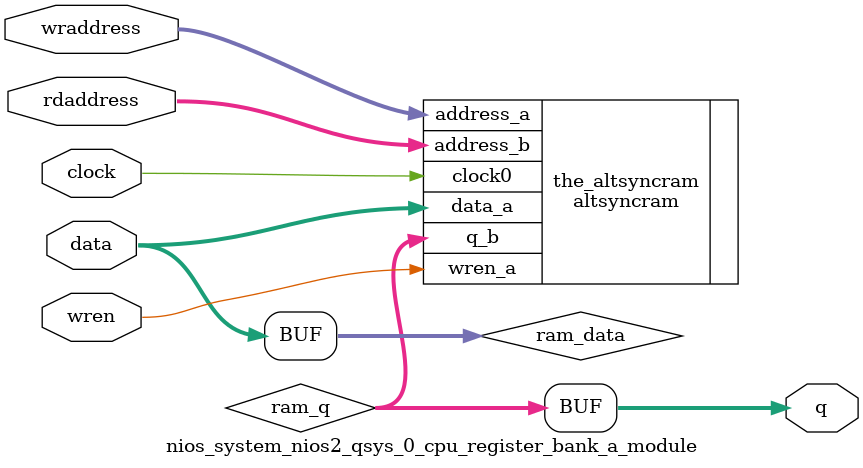
<source format=v>
module nios_system_nios2_qsys_0_cpu_register_bank_a_module (
                                                             // inputs:
                                                              clock,
                                                              data,
                                                              rdaddress,
                                                              wraddress,
                                                              wren,
                                                             // outputs:
                                                              q
                                                           )
;
  parameter lpm_file = "UNUSED";
  output  [ 31: 0] q;
  input            clock;
  input   [ 31: 0] data;
  input   [  4: 0] rdaddress;
  input   [  4: 0] wraddress;
  input            wren;
  wire    [ 31: 0] q;
  wire    [ 31: 0] ram_data;
  wire    [ 31: 0] ram_q;
  assign q = ram_q;
  assign ram_data = data;
  altsyncram the_altsyncram
    (
      .address_a (wraddress),
      .address_b (rdaddress),
      .clock0 (clock),
      .data_a (ram_data),
      .q_b (ram_q),
      .wren_a (wren)
    );
  defparam the_altsyncram.address_reg_b = "CLOCK0",
           the_altsyncram.init_file = lpm_file,
           the_altsyncram.maximum_depth = 0,
           the_altsyncram.numwords_a = 32,
           the_altsyncram.numwords_b = 32,
           the_altsyncram.operation_mode = "DUAL_PORT",
           the_altsyncram.outdata_reg_b = "UNREGISTERED",
           the_altsyncram.ram_block_type = "AUTO",
           the_altsyncram.rdcontrol_reg_b = "CLOCK0",
           the_altsyncram.read_during_write_mode_mixed_ports = "DONT_CARE",
           the_altsyncram.width_a = 32,
           the_altsyncram.width_b = 32,
           the_altsyncram.widthad_a = 5,
           the_altsyncram.widthad_b = 5;
endmodule
</source>
